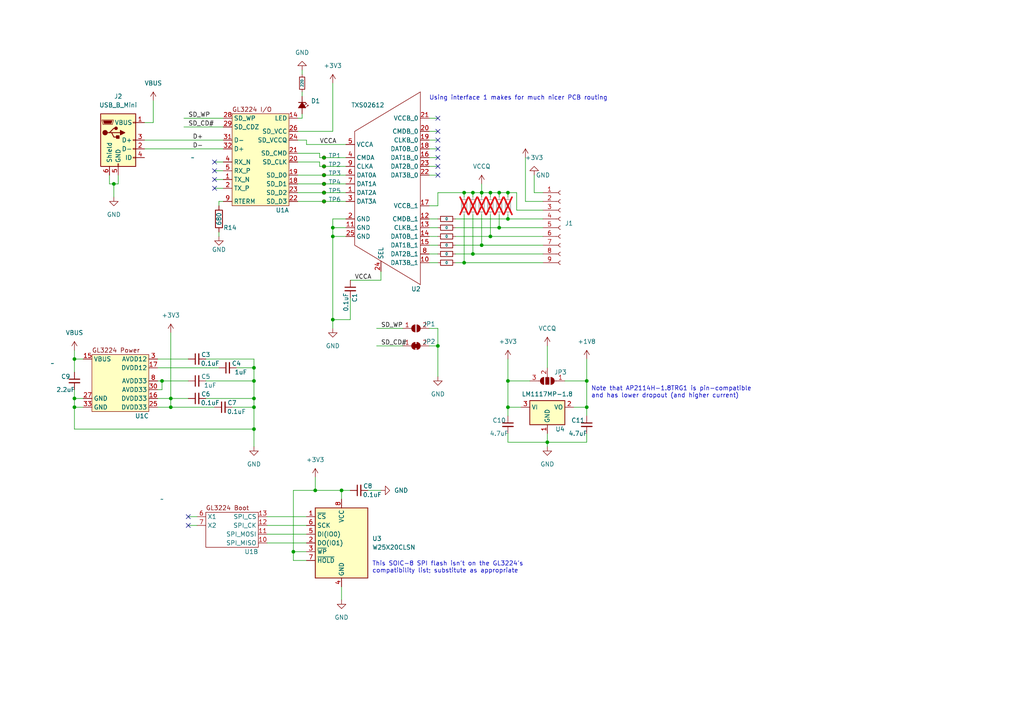
<source format=kicad_sch>
(kicad_sch (version 20230121) (generator eeschema)
  (paper "A4")
  (lib_symbols
    (symbol "Connector:Conn_01x09_Socket" (pin_names (offset 1.016) hide)
      (property "Reference" "J" (at 0 12.7 0))
      (property "Value" "Conn_01x09_Socket" (at 0 -12.7 0))
      (symbol "Conn_01x09_Socket_1_1"
        (arc (start 0 -9.652) (mid -0.5058 -10.16) (end 0 -10.668) (stroke (width 0.1524)))
        (arc (start 0 -7.112) (mid -0.5058 -7.62) (end 0 -8.128) (stroke (width 0.1524)))
        (arc (start 0 -4.572) (mid -0.5058 -5.08) (end 0 -5.588) (stroke (width 0.1524)))
        (arc (start 0 -2.032) (mid -0.5058 -2.54) (end 0 -3.048) (stroke (width 0.1524)))
        (polyline (pts (xy -1.27 -10.16) (xy -0.508 -10.16)) (stroke (width 0.1524)))
        (polyline (pts (xy -1.27 -7.62) (xy -0.508 -7.62)) (stroke (width 0.1524)))
        (polyline (pts (xy -1.27 -5.08) (xy -0.508 -5.08)) (stroke (width 0.1524)))
        (polyline (pts (xy -1.27 -2.54) (xy -0.508 -2.54)) (stroke (width 0.1524)))
        (polyline (pts (xy -1.27 0) (xy -0.508 0)) (stroke (width 0.1524)))
        (polyline (pts (xy -1.27 2.54) (xy -0.508 2.54)) (stroke (width 0.1524)))
        (polyline (pts (xy -1.27 5.08) (xy -0.508 5.08)) (stroke (width 0.1524)))
        (polyline (pts (xy -1.27 7.62) (xy -0.508 7.62)) (stroke (width 0.1524)))
        (polyline (pts (xy -1.27 10.16) (xy -0.508 10.16)) (stroke (width 0.1524)))
        (arc (start 0 0.508) (mid -0.5058 0) (end 0 -0.508) (stroke (width 0.1524)))
        (arc (start 0 3.048) (mid -0.5058 2.54) (end 0 2.032) (stroke (width 0.1524)))
        (arc (start 0 5.588) (mid -0.5058 5.08) (end 0 4.572) (stroke (width 0.1524)))
        (arc (start 0 8.128) (mid -0.5058 7.62) (end 0 7.112) (stroke (width 0.1524)))
        (arc (start 0 10.668) (mid -0.5058 10.16) (end 0 9.652) (stroke (width 0.1524)))
        (pin passive line (at -5.08 10.16 0) (length 3.81) (name "Pin_1") (number "1"))
        (pin passive line (at -5.08 7.62 0) (length 3.81) (name "Pin_2") (number "2"))
        (pin passive line (at -5.08 5.08 0) (length 3.81) (name "Pin_3") (number "3"))
        (pin passive line (at -5.08 2.54 0) (length 3.81) (name "Pin_4") (number "4"))
        (pin passive line (at -5.08 0 0) (length 3.81) (name "Pin_5") (number "5"))
        (pin passive line (at -5.08 -2.54 0) (length 3.81) (name "Pin_6") (number "6"))
        (pin passive line (at -5.08 -5.08 0) (length 3.81) (name "Pin_7") (number "7"))
        (pin passive line (at -5.08 -7.62 0) (length 3.81) (name "Pin_8") (number "8"))
        (pin passive line (at -5.08 -10.16 0) (length 3.81) (name "Pin_9") (number "9"))
      )
    )
    (symbol "Connector:TestPoint_Small" (pin_numbers hide) (pin_names (offset 0.762) hide)
      (property "Reference" "TP" (at 0 3.81 0))
      (property "Value" "TestPoint_Small" (at 0 2.032 0))
      (symbol "TestPoint_Small_0_1"
        (circle (center 0 0) (radius 0.508))
      )
      (symbol "TestPoint_Small_1_1"
        (pin passive line (at 0 0 90) (length 0) (name "1") (number "1"))
      )
    )
    (symbol "Connector:USB_B_Mini" (pin_names (offset 1.016))
      (property "Reference" "J" (at -5.08 11.43 0))
      (property "Value" "USB_B_Mini" (at -5.08 8.89 0))
      (symbol "USB_B_Mini_0_1"
        (rectangle (start -5.08 -7.62) (end 5.08 7.62) (stroke (width 0.254)) (fill (type background)))
        (circle (center -3.81 2.159) (radius 0.635) (stroke (width 0.254)) (fill (type outline)))
        (circle (center -0.635 3.429) (radius 0.381) (stroke (width 0.254)) (fill (type outline)))
        (rectangle (start -0.127 -7.62) (end 0.127 -6.858))
        (polyline (pts (xy -1.905 2.159) (xy 0.635 2.159)) (stroke (width 0.254)))
        (polyline (pts (xy -3.175 2.159) (xy -2.54 2.159) (xy -1.27 3.429) (xy -0.635 3.429)) (stroke (width 0.254)))
        (polyline (pts (xy -2.54 2.159) (xy -1.905 2.159) (xy -1.27 0.889) (xy 0 0.889)) (stroke (width 0.254)))
        (polyline (pts (xy 0.635 2.794) (xy 0.635 1.524) (xy 1.905 2.159) (xy 0.635 2.794)) (stroke (width 0.254)) (fill (type outline)))
        (polyline (pts (xy -4.318 5.588) (xy -1.778 5.588) (xy -2.032 4.826) (xy -4.064 4.826) (xy -4.318 5.588)) (fill (type outline)))
        (polyline (pts (xy -4.699 5.842) (xy -4.699 5.588) (xy -4.445 4.826) (xy -4.445 4.572) (xy -1.651 4.572) (xy -1.651 4.826) (xy -1.397 5.588) (xy -1.397 5.842) (xy -4.699 5.842)))
        (rectangle (start 0.254 1.27) (end -0.508 0.508) (stroke (width 0.254)) (fill (type outline)))
        (rectangle (start 5.08 -5.207) (end 4.318 -4.953))
        (rectangle (start 5.08 -2.667) (end 4.318 -2.413))
        (rectangle (start 5.08 -0.127) (end 4.318 0.127))
        (rectangle (start 5.08 4.953) (end 4.318 5.207))
      )
      (symbol "USB_B_Mini_1_1"
        (pin power_out line (at 7.62 5.08 180) (length 2.54) (name "VBUS") (number "1"))
        (pin bidirectional line (at 7.62 -2.54 180) (length 2.54) (name "D-") (number "2"))
        (pin bidirectional line (at 7.62 0 180) (length 2.54) (name "D+") (number "3"))
        (pin passive line (at 7.62 -5.08 180) (length 2.54) (name "ID") (number "4"))
        (pin power_out line (at 0 -10.16 90) (length 2.54) (name "GND") (number "5"))
        (pin passive line (at -2.54 -10.16 90) (length 2.54) (name "Shield") (number "6"))
      )
    )
    (symbol "Device:C_Small" (pin_numbers hide) (pin_names (offset 0.254) hide)
      (property "Reference" "C" (at 0.254 1.778 0))
      (property "Value" "C_Small" (at 0.254 -2.032 0))
      (symbol "C_Small_0_1"
        (polyline (pts (xy -1.524 -0.508) (xy 1.524 -0.508)) (stroke (width 0.3302)))
        (polyline (pts (xy -1.524 0.508) (xy 1.524 0.508)) (stroke (width 0.3048)))
      )
      (symbol "C_Small_1_1"
        (pin passive line (at 0 2.54 270) (length 2.032) (name "~") (number "1"))
        (pin passive line (at 0 -2.54 90) (length 2.032) (name "~") (number "2"))
      )
    )
    (symbol "Device:LED_Small_Filled" (pin_numbers hide) (pin_names (offset 0.254) hide)
      (property "Reference" "D" (at -1.27 3.175 0))
      (property "Value" "LED_Small_Filled" (at -4.445 -2.54 0))
      (symbol "LED_Small_Filled_0_1"
        (polyline (pts (xy -0.762 -1.016) (xy -0.762 1.016)) (stroke (width 0.254)))
        (polyline (pts (xy 1.016 0) (xy -0.762 0)))
        (polyline (pts (xy 0.762 -1.016) (xy -0.762 0) (xy 0.762 1.016) (xy 0.762 -1.016)) (stroke (width 0.254)) (fill (type outline)))
        (polyline (pts (xy 0 0.762) (xy -0.508 1.27) (xy -0.254 1.27) (xy -0.508 1.27) (xy -0.508 1.016)))
        (polyline (pts (xy 0.508 1.27) (xy 0 1.778) (xy 0.254 1.778) (xy 0 1.778) (xy 0 1.524)))
      )
      (symbol "LED_Small_Filled_1_1"
        (pin passive line (at -2.54 0 0) (length 1.778) (name "K") (number "1"))
        (pin passive line (at 2.54 0 180) (length 1.778) (name "A") (number "2"))
      )
    )
    (symbol "Device:R" (pin_numbers hide) (pin_names (offset 0))
      (property "Reference" "R" (at 2.032 0 90))
      (property "Value" "R" (at 0 0 90))
      (symbol "R_0_1"
        (rectangle (start -1.016 -2.54) (end 1.016 2.54) (stroke (width 0.254)))
      )
      (symbol "R_1_1"
        (pin passive line (at 0 3.81 270) (length 1.27) (name "~") (number "1"))
        (pin passive line (at 0 -3.81 90) (length 1.27) (name "~") (number "2"))
      )
    )
    (symbol "Device:R_Small" (pin_numbers hide) (pin_names (offset 0.254) hide)
      (property "Reference" "R" (at 0.762 0.508 0))
      (property "Value" "R_Small" (at 0.762 -1.016 0))
      (symbol "R_Small_0_1"
        (rectangle (start -0.762 1.778) (end 0.762 -1.778) (stroke (width 0.2032)))
      )
      (symbol "R_Small_1_1"
        (pin passive line (at 0 2.54 270) (length 0.762) (name "~") (number "1"))
        (pin passive line (at 0 -2.54 90) (length 0.762) (name "~") (number "2"))
      )
    )
    (symbol "GL3224_QFN32_1"
      (property "Reference" "U" (at 0 -1.27 0))
      (symbol "GL3224_QFN32_1_1_1"
        (rectangle (start -16.51 26.67) (end 0 0) (fill (type background)))
        (text "GL3224 I/O" (at -16.51 27.94 0) (effects (font (size 1.27 1.27)) (justify left)))
        (pin output line (at -19.05 7.62 0) (length 2.54) (name "TX_N") (number "1"))
        (pin output line (at 2.54 25.4 180) (length 2.54) (name "LED") (number "14"))
        (pin bidirectional line (at 2.54 6.35 180) (length 2.54) (name "SD_D1") (number "18"))
        (pin bidirectional line (at 2.54 8.89 180) (length 2.54) (name "SD_D0") (number "19"))
        (pin output line (at -19.05 5.08 0) (length 2.54) (name "TX_P") (number "2"))
        (pin output line (at 2.54 12.7 180) (length 2.54) (name "SD_CLK") (number "20"))
        (pin bidirectional line (at 2.54 15.24 180) (length 2.54) (name "SD_CMD") (number "21"))
        (pin bidirectional line (at 2.54 1.27 180) (length 2.54) (name "SD_D3") (number "22"))
        (pin bidirectional line (at 2.54 3.81 180) (length 2.54) (name "SD_D2") (number "23"))
        (pin power_out line (at 2.54 19.05 180) (length 2.54) (name "SD_VCCQ") (number "24"))
        (pin power_out line (at 2.54 21.59 180) (length 2.54) (name "SD_VCC") (number "26"))
        (pin input line (at -19.05 25.4 0) (length 2.54) (name "SD_WP") (number "28"))
        (pin input line (at -19.05 22.86 0) (length 2.54) (name "SD_CDZ") (number "29"))
        (pin bidirectional line (at -19.05 19.05 0) (length 2.54) (name "D-") (number "31"))
        (pin bidirectional line (at -19.05 16.51 0) (length 2.54) (name "D+") (number "32"))
        (pin input line (at -19.05 12.7 0) (length 2.54) (name "RX_N") (number "4"))
        (pin input line (at -19.05 10.16 0) (length 2.54) (name "RX_P") (number "5"))
        (pin input line (at -19.05 1.27 0) (length 2.54) (name "RTERM") (number "9"))
      )
      (symbol "GL3224_QFN32_1_2_1"
        (rectangle (start -15.24 10.16) (end 0 0) (fill (type background)))
        (text "GL3224 Boot" (at -15.24 11.43 0) (effects (font (size 1.27 1.27)) (justify left)))
        (pin input line (at 2.54 1.27 180) (length 2.54) (name "SPI_MISO") (number "10"))
        (pin output line (at 2.54 3.81 180) (length 2.54) (name "SPI_MOSI") (number "11"))
        (pin output line (at 2.54 6.35 180) (length 2.54) (name "SPI_CK") (number "12"))
        (pin output line (at 2.54 8.89 180) (length 2.54) (name "SPI_CS") (number "13"))
        (pin input line (at -17.78 8.89 0) (length 2.54) (name "X1") (number "6"))
        (pin input line (at -17.78 6.35 0) (length 2.54) (name "X2") (number "7"))
      )
      (symbol "GL3224_QFN32_1_3_1"
        (rectangle (start -16.51 16.51) (end 0 0) (fill (type background)))
        (text "GL3224 Power" (at -16.51 17.78 0) (effects (font (size 1.27 1.27)) (justify left)))
        (pin power_in line (at -19.05 15.24 0) (length 2.54) (name "VBUS") (number "15"))
        (pin power_out line (at 2.54 3.81 180) (length 2.54) (name "DVDD33") (number "16"))
        (pin power_out line (at 2.54 12.7 180) (length 2.54) (name "DVDD12") (number "17"))
        (pin power_out line (at 2.54 1.27 180) (length 2.54) (name "DVDD33") (number "25"))
        (pin power_out line (at -19.05 3.81 0) (length 2.54) (name "GND") (number "27"))
        (pin power_out line (at 2.54 15.24 180) (length 2.54) (name "AVDD12") (number "3"))
        (pin power_out line (at 2.54 6.35 180) (length 2.54) (name "AVDD33") (number "30"))
        (pin power_out line (at -19.05 1.27 0) (length 2.54) (name "GND") (number "33"))
        (pin power_out line (at 2.54 8.89 180) (length 2.54) (name "AVDD33") (number "8"))
      )
    )
    (symbol "GL3224_QFN32_2"
      (property "Reference" "U" (at 0 -1.27 0))
      (symbol "GL3224_QFN32_2_1_1"
        (rectangle (start -16.51 26.67) (end 0 0) (fill (type background)))
        (text "GL3224 I/O" (at -16.51 27.94 0) (effects (font (size 1.27 1.27)) (justify left)))
        (pin output line (at -19.05 7.62 0) (length 2.54) (name "TX_N") (number "1"))
        (pin output line (at 2.54 25.4 180) (length 2.54) (name "LED") (number "14"))
        (pin bidirectional line (at 2.54 6.35 180) (length 2.54) (name "SD_D1") (number "18"))
        (pin bidirectional line (at 2.54 8.89 180) (length 2.54) (name "SD_D0") (number "19"))
        (pin output line (at -19.05 5.08 0) (length 2.54) (name "TX_P") (number "2"))
        (pin output line (at 2.54 12.7 180) (length 2.54) (name "SD_CLK") (number "20"))
        (pin bidirectional line (at 2.54 15.24 180) (length 2.54) (name "SD_CMD") (number "21"))
        (pin bidirectional line (at 2.54 1.27 180) (length 2.54) (name "SD_D3") (number "22"))
        (pin bidirectional line (at 2.54 3.81 180) (length 2.54) (name "SD_D2") (number "23"))
        (pin power_out line (at 2.54 19.05 180) (length 2.54) (name "SD_VCCQ") (number "24"))
        (pin power_out line (at 2.54 21.59 180) (length 2.54) (name "SD_VCC") (number "26"))
        (pin input line (at -19.05 25.4 0) (length 2.54) (name "SD_WP") (number "28"))
        (pin input line (at -19.05 22.86 0) (length 2.54) (name "SD_CDZ") (number "29"))
        (pin bidirectional line (at -19.05 19.05 0) (length 2.54) (name "D-") (number "31"))
        (pin bidirectional line (at -19.05 16.51 0) (length 2.54) (name "D+") (number "32"))
        (pin input line (at -19.05 12.7 0) (length 2.54) (name "RX_N") (number "4"))
        (pin input line (at -19.05 10.16 0) (length 2.54) (name "RX_P") (number "5"))
        (pin input line (at -19.05 1.27 0) (length 2.54) (name "RTERM") (number "9"))
      )
      (symbol "GL3224_QFN32_2_2_1"
        (rectangle (start -15.24 10.16) (end 0 0) (fill (type background)))
        (text "GL3224 Boot" (at -15.24 11.43 0) (effects (font (size 1.27 1.27)) (justify left)))
        (pin input line (at 2.54 1.27 180) (length 2.54) (name "SPI_MISO") (number "10"))
        (pin output line (at 2.54 3.81 180) (length 2.54) (name "SPI_MOSI") (number "11"))
        (pin output line (at 2.54 6.35 180) (length 2.54) (name "SPI_CK") (number "12"))
        (pin output line (at 2.54 8.89 180) (length 2.54) (name "SPI_CS") (number "13"))
        (pin input line (at -17.78 8.89 0) (length 2.54) (name "X1") (number "6"))
        (pin input line (at -17.78 6.35 0) (length 2.54) (name "X2") (number "7"))
      )
      (symbol "GL3224_QFN32_2_3_1"
        (rectangle (start -16.51 16.51) (end 0 0) (fill (type background)))
        (text "GL3224 Power" (at -16.51 17.78 0) (effects (font (size 1.27 1.27)) (justify left)))
        (pin power_in line (at -19.05 15.24 0) (length 2.54) (name "VBUS") (number "15"))
        (pin power_out line (at 2.54 3.81 180) (length 2.54) (name "DVDD33") (number "16"))
        (pin power_out line (at 2.54 12.7 180) (length 2.54) (name "DVDD12") (number "17"))
        (pin power_out line (at 2.54 1.27 180) (length 2.54) (name "DVDD33") (number "25"))
        (pin power_out line (at -19.05 3.81 0) (length 2.54) (name "GND") (number "27"))
        (pin power_out line (at 2.54 15.24 180) (length 2.54) (name "AVDD12") (number "3"))
        (pin power_out line (at 2.54 6.35 180) (length 2.54) (name "AVDD33") (number "30"))
        (pin power_out line (at -19.05 1.27 0) (length 2.54) (name "GND") (number "33"))
        (pin power_out line (at 2.54 8.89 180) (length 2.54) (name "AVDD33") (number "8"))
      )
    )
    (symbol "Jumper:SolderJumper_2_Bridged" (pin_names (offset 0) hide)
      (property "Reference" "JP" (at 0 2.032 0))
      (property "Value" "SolderJumper_2_Bridged" (at 0 -2.54 0))
      (symbol "SolderJumper_2_Bridged_0_1"
        (rectangle (start -0.508 0.508) (end 0.508 -0.508) (fill (type outline)))
        (arc (start -0.254 1.016) (mid -1.2656 0) (end -0.254 -1.016))
        (arc (start -0.254 1.016) (mid -1.2656 0) (end -0.254 -1.016) (fill (type outline)))
        (polyline (pts (xy -0.254 1.016) (xy -0.254 -1.016)))
        (polyline (pts (xy 0.254 1.016) (xy 0.254 -1.016)))
        (arc (start 0.254 -1.016) (mid 1.2656 0) (end 0.254 1.016))
        (arc (start 0.254 -1.016) (mid 1.2656 0) (end 0.254 1.016) (fill (type outline)))
      )
      (symbol "SolderJumper_2_Bridged_1_1"
        (pin passive line (at -3.81 0 0) (length 2.54) (name "A") (number "1"))
        (pin passive line (at 3.81 0 180) (length 2.54) (name "B") (number "2"))
      )
    )
    (symbol "Jumper:SolderJumper_2_Open" (pin_names (offset 0) hide)
      (property "Reference" "JP" (at 0 2.032 0))
      (property "Value" "SolderJumper_2_Open" (at 0 -2.54 0))
      (symbol "SolderJumper_2_Open_0_1"
        (arc (start -0.254 1.016) (mid -1.2656 0) (end -0.254 -1.016))
        (arc (start -0.254 1.016) (mid -1.2656 0) (end -0.254 -1.016) (fill (type outline)))
        (polyline (pts (xy -0.254 1.016) (xy -0.254 -1.016)))
        (polyline (pts (xy 0.254 1.016) (xy 0.254 -1.016)))
        (arc (start 0.254 -1.016) (mid 1.2656 0) (end 0.254 1.016))
        (arc (start 0.254 -1.016) (mid 1.2656 0) (end 0.254 1.016) (fill (type outline)))
      )
      (symbol "SolderJumper_2_Open_1_1"
        (pin passive line (at -3.81 0 0) (length 2.54) (name "A") (number "1"))
        (pin passive line (at 3.81 0 180) (length 2.54) (name "B") (number "2"))
      )
    )
    (symbol "Jumper:SolderJumper_3_Open" (pin_names (offset 0) hide)
      (property "Reference" "JP" (at -2.54 -2.54 0))
      (property "Value" "SolderJumper_3_Open" (at 0 2.794 0))
      (symbol "SolderJumper_3_Open_0_1"
        (arc (start -1.016 1.016) (mid -2.0276 0) (end -1.016 -1.016))
        (arc (start -1.016 1.016) (mid -2.0276 0) (end -1.016 -1.016) (fill (type outline)))
        (rectangle (start -0.508 1.016) (end 0.508 -1.016) (fill (type outline)))
        (polyline (pts (xy -2.54 0) (xy -2.032 0)))
        (polyline (pts (xy -1.016 1.016) (xy -1.016 -1.016)))
        (polyline (pts (xy 0 -1.27) (xy 0 -1.016)))
        (polyline (pts (xy 1.016 1.016) (xy 1.016 -1.016)))
        (polyline (pts (xy 2.54 0) (xy 2.032 0)))
        (arc (start 1.016 -1.016) (mid 2.0276 0) (end 1.016 1.016))
        (arc (start 1.016 -1.016) (mid 2.0276 0) (end 1.016 1.016) (fill (type outline)))
      )
      (symbol "SolderJumper_3_Open_1_1"
        (pin passive line (at -5.08 0 0) (length 2.54) (name "A") (number "1"))
        (pin passive line (at 0 -3.81 90) (length 2.54) (name "C") (number "2"))
        (pin passive line (at 5.08 0 180) (length 2.54) (name "B") (number "3"))
      )
    )
    (symbol "Memory_Flash:W25X20CLSN"
      (property "Reference" "U" (at -7.62 10.16 0))
      (property "Value" "W25X20CLSN" (at 2.54 10.16 0))
      (symbol "W25X20CLSN_0_1"
        (rectangle (start -7.62 10.16) (end 7.62 -10.16) (stroke (width 0.254)) (fill (type background)))
      )
      (symbol "W25X20CLSN_1_1"
        (pin input line (at -10.16 7.62 0) (length 2.54) (name "~{CS}") (number "1"))
        (pin bidirectional line (at -10.16 0 0) (length 2.54) (name "DO(IO1)") (number "2"))
        (pin bidirectional line (at -10.16 -2.54 0) (length 2.54) (name "~{WP}") (number "3"))
        (pin power_in line (at 0 -12.7 90) (length 2.54) (name "GND") (number "4"))
        (pin bidirectional line (at -10.16 2.54 0) (length 2.54) (name "DI(IO0)") (number "5"))
        (pin input line (at -10.16 5.08 0) (length 2.54) (name "SCK") (number "6"))
        (pin bidirectional line (at -10.16 -5.08 0) (length 2.54) (name "~{HOLD}") (number "7"))
        (pin power_in line (at 0 12.7 270) (length 2.54) (name "VCC") (number "8"))
      )
    )
    (symbol "Regulator_Linear:LM1117MP-1.8"
      (property "Reference" "U" (at -3.81 3.175 0))
      (property "Value" "LM1117MP-1.8" (at 0 3.175 0))
      (symbol "LM1117MP-1.8_0_1"
        (rectangle (start -5.08 -5.08) (end 5.08 1.905) (stroke (width 0.254)) (fill (type background)))
      )
      (symbol "LM1117MP-1.8_1_1"
        (pin power_in line (at 0 -7.62 90) (length 2.54) (name "GND") (number "1"))
        (pin power_out line (at 7.62 0 180) (length 2.54) (name "VO") (number "2"))
        (pin power_in line (at -7.62 0 0) (length 2.54) (name "VI") (number "3"))
      )
    )
    (symbol "eMMC-Reader:GL3224_QFN32"
      (property "Reference" "U" (at 0 -1.27 0))
      (symbol "GL3224_QFN32_1_1"
        (rectangle (start -16.51 26.67) (end 0 0))
        (text "GL3224 I/O" (at -16.51 27.94 0) (effects (font (size 1.27 1.27)) (justify left)))
        (pin output line (at -19.05 12.7 0) (length 2.54) (name "TX_N") (number "1"))
        (pin output line (at 2.54 25.4 180) (length 2.54) (name "LED") (number "14"))
        (pin bidirectional line (at 2.54 6.35 180) (length 2.54) (name "SD_D1") (number "18"))
        (pin bidirectional line (at 2.54 8.89 180) (length 2.54) (name "SD_D0") (number "19"))
        (pin output line (at -19.05 10.16 0) (length 2.54) (name "TX_P") (number "2"))
        (pin output line (at 2.54 12.7 180) (length 2.54) (name "SD_CLK") (number "20"))
        (pin bidirectional line (at 2.54 15.24 180) (length 2.54) (name "SD_CMD") (number "21"))
        (pin bidirectional line (at 2.54 1.27 180) (length 2.54) (name "SD_D3") (number "22"))
        (pin bidirectional line (at 2.54 3.81 180) (length 2.54) (name "SD_D2") (number "23"))
        (pin power_out line (at 2.54 19.05 180) (length 2.54) (name "SD_VCCQ") (number "24"))
        (pin power_out line (at 2.54 21.59 180) (length 2.54) (name "SD_VCC") (number "26"))
        (pin input line (at -19.05 25.4 0) (length 2.54) (name "SD_WP") (number "28"))
        (pin input line (at -19.05 22.86 0) (length 2.54) (name "SD_CDZ") (number "29"))
        (pin bidirectional line (at -19.05 19.05 0) (length 2.54) (name "D-") (number "31"))
        (pin bidirectional line (at -19.05 16.51 0) (length 2.54) (name "D+") (number "32"))
        (pin input line (at -19.05 7.62 0) (length 2.54) (name "RX_N") (number "4"))
        (pin input line (at -19.05 5.08 0) (length 2.54) (name "RX_P") (number "5"))
        (pin input line (at -19.05 1.27 0) (length 2.54) (name "RTERM") (number "9"))
      )
      (symbol "GL3224_QFN32_2_1"
        (rectangle (start -15.24 10.16) (end 0 0))
        (text "GL3224 Boot" (at -15.24 11.43 0) (effects (font (size 1.27 1.27)) (justify left)))
        (pin input line (at 2.54 1.27 180) (length 2.54) (name "SPI_MISO") (number "10"))
        (pin output line (at 2.54 3.81 180) (length 2.54) (name "SPI_MOSI") (number "11"))
        (pin output line (at 2.54 6.35 180) (length 2.54) (name "SPI_CK") (number "12"))
        (pin output line (at 2.54 8.89 180) (length 2.54) (name "SPI_CS") (number "13"))
        (pin input line (at -17.78 8.89 0) (length 2.54) (name "X1") (number "6"))
        (pin input line (at -17.78 6.35 0) (length 2.54) (name "X2") (number "7"))
      )
      (symbol "GL3224_QFN32_3_1"
        (rectangle (start -16.51 16.51) (end 0 0))
        (text "GL3224 Power" (at -16.51 17.78 0) (effects (font (size 1.27 1.27)) (justify left)))
        (pin power_in line (at -19.05 15.24 0) (length 2.54) (name "VBUS") (number "15"))
        (pin power_out line (at 2.54 3.81 180) (length 2.54) (name "DVDD33") (number "16"))
        (pin power_out line (at 2.54 12.7 180) (length 2.54) (name "DVDD12") (number "17"))
        (pin power_out line (at 2.54 1.27 180) (length 2.54) (name "DVDD33") (number "25"))
        (pin power_out line (at 2.54 15.24 180) (length 2.54) (name "AVDD12") (number "3"))
        (pin power_out line (at 2.54 6.35 180) (length 2.54) (name "AVDD33") (number "30"))
        (pin power_out line (at -19.05 1.27 0) (length 2.54) (name "GND") (number "33"))
        (pin power_out line (at 2.54 8.89 180) (length 2.54) (name "AVDD33") (number "8"))
      )
    )
    (symbol "eMMC-Reader:TXS02612"
      (property "Reference" "U" (at 11.43 -29.21 0))
      (property "Value" "TXS02612" (at -2.54 24.13 0))
      (symbol "TXS02612_0_1"
        (polyline (pts (xy -7.62 -16.51) (xy 11.43 -27.94)))
        (polyline (pts (xy -7.62 16.51) (xy -7.62 -16.51)))
        (polyline (pts (xy 11.43 27.94) (xy -7.62 16.51)))
        (polyline (pts (xy 11.43 27.94) (xy 11.43 -27.94)))
      )
      (symbol "TXS02612_1_1"
        (pin bidirectional line (at -10.16 -1.27 0) (length 2.54) (name "DAT2A") (number "1"))
        (pin bidirectional line (at 13.97 -21.59 180) (length 2.54) (name "DAT3B_1") (number "10"))
        (pin power_in line (at -10.16 -11.43 0) (length 2.54) (name "GND") (number "11"))
        (pin bidirectional line (at 13.97 -8.89 180) (length 2.54) (name "CMDB_1") (number "12"))
        (pin output line (at 13.97 -11.43 180) (length 2.54) (name "CLKB_1") (number "13"))
        (pin bidirectional line (at 13.97 -13.97 180) (length 2.54) (name "DAT0B_1") (number "14"))
        (pin bidirectional line (at 13.97 -16.51 180) (length 2.54) (name "DAT1B_1") (number "15"))
        (pin bidirectional line (at 13.97 8.89 180) (length 2.54) (name "DAT1B_0") (number "16"))
        (pin power_in line (at 13.97 -5.08 180) (length 2.54) (name "VCCB_1") (number "17"))
        (pin bidirectional line (at 13.97 11.43 180) (length 2.54) (name "DAT0B_0") (number "18"))
        (pin output line (at 13.97 13.97 180) (length 2.54) (name "CLKB_0") (number "19"))
        (pin power_in line (at -10.16 -8.89 0) (length 2.54) (name "GND") (number "2"))
        (pin bidirectional line (at 13.97 16.51 180) (length 2.54) (name "CMDB_0") (number "20"))
        (pin bidirectional line (at 13.97 20.32 180) (length 2.54) (name "VCCB_0") (number "21"))
        (pin bidirectional line (at 13.97 3.81 180) (length 2.54) (name "DAT3B_0") (number "22"))
        (pin bidirectional line (at 13.97 6.35 180) (length 2.54) (name "DAT2B_0") (number "23"))
        (pin input line (at 0 -24.13 90) (length 3) (name "SEL") (number "24"))
        (pin power_in line (at -10.16 -13.97 0) (length 2.54) (name "GND") (number "25"))
        (pin bidirectional line (at -10.16 -3.81 0) (length 2.54) (name "DAT3A") (number "3"))
        (pin bidirectional line (at -10.16 8.89 0) (length 2.54) (name "CMDA") (number "4"))
        (pin power_in line (at -10.16 12.7 0) (length 2.54) (name "VCCA") (number "5"))
        (pin bidirectional line (at -10.16 3.81 0) (length 2.54) (name "DAT0A") (number "6"))
        (pin bidirectional line (at -10.16 1.27 0) (length 2.54) (name "DAT1A") (number "7"))
        (pin bidirectional line (at 13.97 -19.05 180) (length 2.54) (name "DAT2B_1") (number "8"))
        (pin input line (at -10.16 6.35 0) (length 2.54) (name "CLKA") (number "9"))
      )
    )
    (symbol "power:+1V8" (power) (pin_names (offset 0))
      (property "Value" "+1V8" (at 0 3.556 0))
      (symbol "+1V8_0_1"
        (polyline (pts (xy -0.762 1.27) (xy 0 2.54)))
        (polyline (pts (xy 0 0) (xy 0 2.54)))
        (polyline (pts (xy 0 2.54) (xy 0.762 1.27)))
      )
      (symbol "+1V8_1_1"
        (pin power_in line (at 0 0 90) (length 0) hide (name "+1V8") (number "1"))
      )
    )
    (symbol "power:+3V3" (power) (pin_names (offset 0))
      (property "Value" "+3V3" (at 0 3.556 0))
      (symbol "+3V3_0_1"
        (polyline (pts (xy -0.762 1.27) (xy 0 2.54)))
        (polyline (pts (xy 0 0) (xy 0 2.54)))
        (polyline (pts (xy 0 2.54) (xy 0.762 1.27)))
      )
      (symbol "+3V3_1_1"
        (pin power_in line (at 0 0 90) (length 0) hide (name "+3V3") (number "1"))
      )
    )
    (symbol "power:GND" (power) (pin_names (offset 0))
      (property "Value" "GND" (at 0 -3.81 0))
      (symbol "GND_0_1"
        (polyline (pts (xy 0 0) (xy 0 -1.27) (xy 1.27 -1.27) (xy 0 -2.54) (xy -1.27 -1.27) (xy 0 -1.27)))
      )
      (symbol "GND_1_1"
        (pin power_in line (at 0 0 270) (length 0) hide (name "GND") (number "1"))
      )
    )
    (symbol "power:VBUS" (power) (pin_names (offset 0))
      (property "Value" "VBUS" (at 0 3.81 0))
      (symbol "VBUS_0_1"
        (polyline (pts (xy -0.762 1.27) (xy 0 2.54)))
        (polyline (pts (xy 0 0) (xy 0 2.54)))
        (polyline (pts (xy 0 2.54) (xy 0.762 1.27)))
      )
      (symbol "VBUS_1_1"
        (pin power_in line (at 0 0 90) (length 0) hide (name "VBUS") (number "1"))
      )
    )
    (symbol "power:VCCQ" (power) (pin_names (offset 0))
      (property "Value" "VCCQ" (at 0 3.81 0))
      (symbol "VCCQ_0_1"
        (polyline (pts (xy -0.762 1.27) (xy 0 2.54)))
        (polyline (pts (xy 0 0) (xy 0 2.54)))
        (polyline (pts (xy 0 2.54) (xy 0.762 1.27)))
      )
      (symbol "VCCQ_1_1"
        (pin power_in line (at 0 0 90) (length 0) hide (name "VCCQ") (number "1"))
      )
    )
  )
  (junction (at 170.18 118.11))
  (junction (at 73.66 118.11))
  (junction (at 49.53 115.57))
  (junction (at 93.98 50.8))
  (junction (at 142.24 68.58))
  (junction (at 137.16 55.88))
  (junction (at 93.98 53.34))
  (junction (at 96.52 68.58))
  (junction (at 147.32 55.88))
  (junction (at 134.62 55.88))
  (junction (at 96.52 66.04))
  (junction (at 21.59 104.14))
  (junction (at 33.02 53.34))
  (junction (at 93.98 55.88))
  (junction (at 85.09 160.02))
  (junction (at 21.59 118.11))
  (junction (at 144.78 66.04))
  (junction (at 96.52 92.71))
  (junction (at 73.66 115.57))
  (junction (at 147.32 110.49))
  (junction (at 21.59 115.57))
  (junction (at 99.06 142.24))
  (junction (at 46.99 110.49))
  (junction (at 93.98 58.42))
  (junction (at 170.18 110.49))
  (junction (at 142.24 55.88))
  (junction (at 91.44 142.24))
  (junction (at 147.32 63.5))
  (junction (at 49.53 118.11))
  (junction (at 73.66 124.46))
  (junction (at 93.98 45.72))
  (junction (at 127 100.33))
  (junction (at 93.98 48.26))
  (junction (at 144.78 55.88))
  (junction (at 158.75 128.27))
  (junction (at 147.32 118.11))
  (junction (at 134.62 76.2))
  (junction (at 73.66 110.49))
  (junction (at 73.66 106.68))
  (junction (at 139.7 55.88))
  (junction (at 137.16 73.66))
  (junction (at 139.7 71.12))
  (no_connect (at 54.61 152.4))
  (no_connect (at 62.23 49.53))
  (no_connect (at 62.23 52.07))
  (no_connect (at 127 34.29))
  (no_connect (at 62.23 46.99))
  (no_connect (at 62.23 54.61))
  (no_connect (at 54.61 149.86))
  (no_connect (at 127 48.26))
  (no_connect (at 127 50.8))
  (no_connect (at 127 38.1))
  (no_connect (at 127 40.64))
  (no_connect (at 127 43.18))
  (no_connect (at 127 45.72))
  (wire (pts (xy 147.32 128.27) (xy 158.75 128.27)))
  (wire (pts (xy 124.46 76.2) (xy 127 76.2)))
  (wire (pts (xy 132.08 68.58) (xy 142.24 68.58)))
  (wire (pts (xy 33.02 53.34) (xy 31.75 53.34)))
  (wire (pts (xy 144.78 66.04) (xy 157.48 66.04)))
  (wire (pts (xy 99.06 170.18) (xy 99.06 173.99)))
  (wire (pts (xy 166.37 118.11) (xy 170.18 118.11)))
  (wire (pts (xy 21.59 101.6) (xy 21.59 104.14)))
  (wire (pts (xy 124.46 50.8) (xy 127 50.8)))
  (wire (pts (xy 45.72 113.03) (xy 46.99 113.03)))
  (wire (pts (xy 87.63 20.32) (xy 87.63 21.59)))
  (wire (pts (xy 96.52 66.04) (xy 96.52 68.58)))
  (wire (pts (xy 49.53 115.57) (xy 54.61 115.57)))
  (wire (pts (xy 21.59 104.14) (xy 24.13 104.14)))
  (wire (pts (xy 33.02 53.34) (xy 33.02 57.15)))
  (wire (pts (xy 64.77 49.53) (xy 62.23 49.53)))
  (wire (pts (xy 63.5 67.31) (xy 63.5 68.58)))
  (wire (pts (xy 64.77 52.07) (xy 62.23 52.07)))
  (wire (pts (xy 137.16 73.66) (xy 157.48 73.66)))
  (wire (pts (xy 86.36 58.42) (xy 93.98 58.42)))
  (wire (pts (xy 45.72 104.14) (xy 54.61 104.14)))
  (wire (pts (xy 170.18 125.73) (xy 170.18 128.27)))
  (wire (pts (xy 85.09 160.02) (xy 88.9 160.02)))
  (wire (pts (xy 96.52 66.04) (xy 100.33 66.04)))
  (wire (pts (xy 64.77 46.99) (xy 62.23 46.99)))
  (wire (pts (xy 132.08 71.12) (xy 139.7 71.12)))
  (wire (pts (xy 139.7 62.23) (xy 139.7 71.12)))
  (wire (pts (xy 158.75 100.33) (xy 158.75 106.68)))
  (wire (pts (xy 73.66 124.46) (xy 73.66 129.54)))
  (wire (pts (xy 170.18 118.11) (xy 170.18 120.65)))
  (wire (pts (xy 49.53 115.57) (xy 49.53 118.11)))
  (wire (pts (xy 93.98 55.88) (xy 100.33 55.88)))
  (wire (pts (xy 41.91 40.64) (xy 64.77 40.64)))
  (wire (pts (xy 147.32 63.5) (xy 157.48 63.5)))
  (wire (pts (xy 73.66 104.14) (xy 73.66 106.68)))
  (wire (pts (xy 88.9 40.64) (xy 86.36 40.64)))
  (wire (pts (xy 142.24 55.88) (xy 142.24 57.15)))
  (wire (pts (xy 124.46 71.12) (xy 127 71.12)))
  (wire (pts (xy 96.52 68.58) (xy 96.52 92.71)))
  (wire (pts (xy 134.62 62.23) (xy 134.62 76.2)))
  (wire (pts (xy 132.08 76.2) (xy 134.62 76.2)))
  (wire (pts (xy 93.98 53.34) (xy 100.33 53.34)))
  (wire (pts (xy 158.75 125.73) (xy 158.75 128.27)))
  (wire (pts (xy 149.86 55.88) (xy 149.86 60.96)))
  (wire (pts (xy 59.69 110.49) (xy 73.66 110.49)))
  (wire (pts (xy 73.66 115.57) (xy 73.66 118.11)))
  (wire (pts (xy 73.66 118.11) (xy 73.66 124.46)))
  (wire (pts (xy 134.62 55.88) (xy 134.62 57.15)))
  (wire (pts (xy 142.24 68.58) (xy 157.48 68.58)))
  (wire (pts (xy 110.49 78.74) (xy 110.49 81.28)))
  (wire (pts (xy 127 95.25) (xy 127 100.33)))
  (wire (pts (xy 124.46 59.69) (xy 127 59.69)))
  (wire (pts (xy 24.13 118.11) (xy 21.59 118.11)))
  (wire (pts (xy 124.46 48.26) (xy 127 48.26)))
  (wire (pts (xy 91.44 138.43) (xy 91.44 142.24)))
  (wire (pts (xy 86.36 55.88) (xy 93.98 55.88)))
  (wire (pts (xy 86.36 38.1) (xy 96.52 38.1)))
  (wire (pts (xy 63.5 58.42) (xy 63.5 59.69)))
  (wire (pts (xy 157.48 55.88) (xy 154.94 55.88)))
  (wire (pts (xy 92.71 44.45) (xy 86.36 44.45)))
  (wire (pts (xy 54.61 152.4) (xy 57.15 152.4)))
  (wire (pts (xy 21.59 124.46) (xy 73.66 124.46)))
  (wire (pts (xy 59.69 104.14) (xy 73.66 104.14)))
  (wire (pts (xy 88.9 162.56) (xy 85.09 162.56)))
  (wire (pts (xy 46.99 110.49) (xy 54.61 110.49)))
  (wire (pts (xy 127 55.88) (xy 134.62 55.88)))
  (wire (pts (xy 147.32 110.49) (xy 147.32 118.11)))
  (wire (pts (xy 106.68 142.24) (xy 110.49 142.24)))
  (wire (pts (xy 86.36 50.8) (xy 93.98 50.8)))
  (wire (pts (xy 64.77 58.42) (xy 63.5 58.42)))
  (wire (pts (xy 96.52 92.71) (xy 96.52 95.25)))
  (wire (pts (xy 73.66 106.68) (xy 73.66 110.49)))
  (wire (pts (xy 88.9 41.91) (xy 100.33 41.91)))
  (wire (pts (xy 124.46 63.5) (xy 127 63.5)))
  (wire (pts (xy 21.59 115.57) (xy 21.59 118.11)))
  (wire (pts (xy 31.75 50.8) (xy 31.75 53.34)))
  (wire (pts (xy 96.52 24.13) (xy 96.52 38.1)))
  (wire (pts (xy 170.18 128.27) (xy 158.75 128.27)))
  (wire (pts (xy 45.72 110.49) (xy 46.99 110.49)))
  (wire (pts (xy 100.33 63.5) (xy 96.52 63.5)))
  (wire (pts (xy 86.36 46.99) (xy 92.71 46.99)))
  (wire (pts (xy 77.47 154.94) (xy 88.9 154.94)))
  (wire (pts (xy 92.71 45.72) (xy 92.71 44.45)))
  (wire (pts (xy 144.78 55.88) (xy 147.32 55.88)))
  (wire (pts (xy 101.6 92.71) (xy 96.52 92.71)))
  (wire (pts (xy 88.9 41.91) (xy 88.9 40.64)))
  (wire (pts (xy 49.53 96.52) (xy 49.53 115.57)))
  (wire (pts (xy 147.32 110.49) (xy 153.67 110.49)))
  (wire (pts (xy 21.59 118.11) (xy 21.59 124.46)))
  (wire (pts (xy 124.46 45.72) (xy 127 45.72)))
  (wire (pts (xy 151.13 118.11) (xy 147.32 118.11)))
  (wire (pts (xy 46.99 113.03) (xy 46.99 110.49)))
  (wire (pts (xy 154.94 50.8) (xy 154.94 55.88)))
  (wire (pts (xy 124.46 43.18) (xy 127 43.18)))
  (wire (pts (xy 142.24 62.23) (xy 142.24 68.58)))
  (wire (pts (xy 142.24 55.88) (xy 144.78 55.88)))
  (wire (pts (xy 109.22 95.25) (xy 116.84 95.25)))
  (wire (pts (xy 96.52 68.58) (xy 100.33 68.58)))
  (wire (pts (xy 137.16 55.88) (xy 139.7 55.88)))
  (wire (pts (xy 124.46 95.25) (xy 127 95.25)))
  (wire (pts (xy 92.71 48.26) (xy 93.98 48.26)))
  (wire (pts (xy 21.59 104.14) (xy 21.59 107.95)))
  (wire (pts (xy 87.63 34.29) (xy 87.63 33.02)))
  (wire (pts (xy 93.98 50.8) (xy 100.33 50.8)))
  (wire (pts (xy 170.18 110.49) (xy 170.18 118.11)))
  (wire (pts (xy 86.36 34.29) (xy 87.63 34.29)))
  (wire (pts (xy 87.63 27.94) (xy 87.63 26.67)))
  (wire (pts (xy 149.86 55.88) (xy 147.32 55.88)))
  (wire (pts (xy 137.16 62.23) (xy 137.16 73.66)))
  (wire (pts (xy 139.7 55.88) (xy 142.24 55.88)))
  (wire (pts (xy 147.32 55.88) (xy 147.32 57.15)))
  (wire (pts (xy 158.75 128.27) (xy 158.75 129.54)))
  (wire (pts (xy 132.08 63.5) (xy 147.32 63.5)))
  (wire (pts (xy 85.09 160.02) (xy 85.09 142.24)))
  (wire (pts (xy 139.7 71.12) (xy 157.48 71.12)))
  (wire (pts (xy 152.4 45.72) (xy 152.4 58.42)))
  (wire (pts (xy 92.71 46.99) (xy 92.71 48.26)))
  (wire (pts (xy 137.16 55.88) (xy 137.16 57.15)))
  (wire (pts (xy 53.34 34.29) (xy 64.77 34.29)))
  (wire (pts (xy 41.91 35.56) (xy 44.45 35.56)))
  (wire (pts (xy 99.06 142.24) (xy 99.06 144.78)))
  (wire (pts (xy 147.32 125.73) (xy 147.32 128.27)))
  (wire (pts (xy 127 59.69) (xy 127 55.88)))
  (wire (pts (xy 124.46 34.29) (xy 127 34.29)))
  (wire (pts (xy 59.69 115.57) (xy 73.66 115.57)))
  (wire (pts (xy 45.72 118.11) (xy 49.53 118.11)))
  (wire (pts (xy 93.98 58.42) (xy 100.33 58.42)))
  (wire (pts (xy 109.22 100.33) (xy 116.84 100.33)))
  (wire (pts (xy 45.72 115.57) (xy 49.53 115.57)))
  (wire (pts (xy 77.47 149.86) (xy 88.9 149.86)))
  (wire (pts (xy 86.36 53.34) (xy 93.98 53.34)))
  (wire (pts (xy 67.31 118.11) (xy 73.66 118.11)))
  (wire (pts (xy 124.46 38.1) (xy 127 38.1)))
  (wire (pts (xy 124.46 68.58) (xy 127 68.58)))
  (wire (pts (xy 100.33 45.72) (xy 93.98 45.72)))
  (wire (pts (xy 64.77 54.61) (xy 62.23 54.61)))
  (wire (pts (xy 132.08 73.66) (xy 137.16 73.66)))
  (wire (pts (xy 77.47 152.4) (xy 88.9 152.4)))
  (wire (pts (xy 147.32 104.14) (xy 147.32 110.49)))
  (wire (pts (xy 73.66 110.49) (xy 73.66 115.57)))
  (wire (pts (xy 45.72 106.68) (xy 63.5 106.68)))
  (wire (pts (xy 132.08 66.04) (xy 144.78 66.04)))
  (wire (pts (xy 124.46 66.04) (xy 127 66.04)))
  (wire (pts (xy 49.53 118.11) (xy 62.23 118.11)))
  (wire (pts (xy 134.62 55.88) (xy 137.16 55.88)))
  (wire (pts (xy 34.29 53.34) (xy 33.02 53.34)))
  (wire (pts (xy 85.09 162.56) (xy 85.09 160.02)))
  (wire (pts (xy 44.45 29.21) (xy 44.45 35.56)))
  (wire (pts (xy 21.59 115.57) (xy 24.13 115.57)))
  (wire (pts (xy 127 100.33) (xy 127 109.22)))
  (wire (pts (xy 147.32 62.23) (xy 147.32 63.5)))
  (wire (pts (xy 53.34 36.83) (xy 64.77 36.83)))
  (wire (pts (xy 139.7 53.34) (xy 139.7 55.88)))
  (wire (pts (xy 124.46 40.64) (xy 127 40.64)))
  (wire (pts (xy 21.59 113.03) (xy 21.59 115.57)))
  (wire (pts (xy 101.6 86.36) (xy 101.6 92.71)))
  (wire (pts (xy 139.7 55.88) (xy 139.7 57.15)))
  (wire (pts (xy 85.09 142.24) (xy 91.44 142.24)))
  (wire (pts (xy 54.61 149.86) (xy 57.15 149.86)))
  (wire (pts (xy 124.46 73.66) (xy 127 73.66)))
  (wire (pts (xy 99.06 142.24) (xy 101.6 142.24)))
  (wire (pts (xy 124.46 100.33) (xy 127 100.33)))
  (wire (pts (xy 149.86 60.96) (xy 157.48 60.96)))
  (wire (pts (xy 93.98 48.26) (xy 100.33 48.26)))
  (wire (pts (xy 101.6 81.28) (xy 110.49 81.28)))
  (wire (pts (xy 68.58 106.68) (xy 73.66 106.68)))
  (wire (pts (xy 134.62 76.2) (xy 157.48 76.2)))
  (wire (pts (xy 96.52 63.5) (xy 96.52 66.04)))
  (wire (pts (xy 163.83 110.49) (xy 170.18 110.49)))
  (wire (pts (xy 170.18 104.14) (xy 170.18 110.49)))
  (wire (pts (xy 77.47 157.48) (xy 88.9 157.48)))
  (wire (pts (xy 144.78 62.23) (xy 144.78 66.04)))
  (wire (pts (xy 157.48 58.42) (xy 152.4 58.42)))
  (wire (pts (xy 144.78 55.88) (xy 144.78 57.15)))
  (wire (pts (xy 147.32 118.11) (xy 147.32 120.65)))
  (wire (pts (xy 93.98 45.72) (xy 92.71 45.72)))
  (wire (pts (xy 91.44 142.24) (xy 99.06 142.24)))
  (wire (pts (xy 34.29 50.8) (xy 34.29 53.34)))
  (wire (pts (xy 41.91 43.18) (xy 64.77 43.18)))
  (text "This SOIC-8 SPI flash isn't on the GL3224's\ncompatibility list; substitute as appropriate" (at 107.95 166.37 0) (effects (font (size 1.27 1.27)) (justify left bottom)))
  (text "Note that AP2114H-1.8TRG1 is pin-compatible\nand has lower dropout (and higher current)" (at 171.45 115.57 0) (effects (font (size 1.27 1.27)) (justify left bottom)))
  (text "Using interface 1 makes for much nicer PCB routing" (at 124.46 29.21 0) (effects (font (size 1.27 1.27)) (justify left bottom)))
  (label "SD_CD#" (at 54.61 36.83 0))
  (label "SD_CD#" (at 110.49 100.33 0))
  (label "VCCA" (at 102.87 81.28 0))
  (label "D-" (at 55.88 43.18 0))
  (label "D+" (at 55.88 40.64 0))
  (label "VCCA" (at 92.71 41.91 0))
  (label "SD_WP" (at 110.49 95.25 0))
  (label "SD_WP" (at 54.61 34.29 0))
  (symbol (lib_id "Device:R_Small") (at 129.54 71.12 90) (unit 1)
    (property "Reference" "R4" (effects hide))
    (property "Value" "0" (at 129.54 71.12 90) (effects (font (size 0.762 0.762))))
    (property "Footprint" "Resistor_SMD:R_0603_1608Metric" (effects hide))
  )
  (symbol (lib_id "power:+3V3") (at 49.53 96.52 0) (unit 1)
    (property "Reference" "#PWR016" (effects hide))
    (property "Value" "+3V3" (at 49.53 91.44 0))
  )
  (symbol (lib_id "Device:R_Small") (at 142.24 59.69 180) (unit 1) (in_bom no) (dnp yes)
    (property "Reference" "R10" (effects hide))
    (property "Value" "47" (at 142.24 59.69 90) (effects (font (size 0.762 0.762))))
    (property "Footprint" "Resistor_SMD:R_0603_1608Metric" (effects hide))
  )
  (symbol (lib_id "Connector:TestPoint_Small") (at 93.98 45.72 0) (unit 1)
    (property "Reference" "TP1" (at 95.25 44.45 0) (effects (justify left top)))
    (property "Value" "TestPoint_Small" (effects hide))
    (property "Footprint" "TestPoint:TestPoint_Pad_D1.0mm" (effects hide))
  )
  (symbol (lib_id "Jumper:SolderJumper_3_Open") (at 158.75 110.49 180) (unit 1)
    (property "Reference" "JP3" (at 162.56 107.95 0))
    (property "Value" "SolderJumper_3_Open" (effects hide))
    (property "Footprint" "Jumper:SolderJumper-3_P1.3mm_Open_RoundedPad1.0x1.5mm" (effects hide))
  )
  (symbol (lib_id "Connector:TestPoint_Small") (at 93.98 50.8 0) (unit 1)
    (property "Reference" "TP3" (at 95.25 49.53 0) (effects (justify left top)))
    (property "Value" "TestPoint_Small" (effects hide))
    (property "Footprint" "TestPoint:TestPoint_Pad_D1.0mm" (effects hide))
  )
  (symbol (lib_id "Device:C_Small") (at 101.6 83.82 0) (unit 1)
    (property "Reference" "C1" (at 102.87 86.36 90))
    (property "Value" "0.1uF" (at 100.33 87.63 90))
    (property "Footprint" "Capacitor_SMD:C_0603_1608Metric" (effects hide))
  )
  (symbol (lib_id "Connector:TestPoint_Small") (at 93.98 48.26 0) (unit 1)
    (property "Reference" "TP2" (at 95.25 46.99 0) (effects (justify left top)))
    (property "Value" "TestPoint_Small" (effects hide))
    (property "Footprint" "TestPoint:TestPoint_Pad_D1.0mm" (effects hide))
  )
  (symbol (lib_id "Device:R_Small") (at 129.54 63.5 90) (unit 1)
    (property "Reference" "R1" (effects hide))
    (property "Value" "0" (at 129.54 63.5 90) (effects (font (size 0.762 0.762))))
    (property "Footprint" "Resistor_SMD:R_0603_1608Metric" (effects hide))
  )
  (symbol (lib_id "power:GND") (at 127 109.22 0) (unit 1)
    (property "Reference" "#PWR018" (effects hide))
    (property "Value" "GND" (at 127 114.3 0))
  )
  (symbol (lib_id "Regulator_Linear:LM1117MP-1.8") (at 158.75 118.11 0) (unit 1)
    (property "Reference" "U4" (at 163.83 124.46 0) (effects (justify right)))
    (property "Value" "LM1117MP-1.8" (at 158.75 114.3 0))
    (property "Footprint" "Package_TO_SOT_SMD:SOT-223-3_TabPin2" (effects hide))
    (property "Datasheet" "http://www.ti.com/lit/ds/symlink/lm1117.pdf" (effects hide))
  )
  (symbol (lib_id "power:GND") (at 73.66 129.54 0) (unit 1)
    (property "Reference" "#PWR017" (effects hide))
    (property "Value" "GND" (at 73.66 134.62 0))
  )
  (symbol (lib_id "power:+3V3") (at 91.44 138.43 0) (unit 1)
    (property "Reference" "#PWR014" (effects hide))
    (property "Value" "+3V3" (at 91.44 133.35 0))
  )
  (symbol (lib_id "power:GND") (at 99.06 173.99 0) (unit 1)
    (property "Reference" "#PWR015" (effects hide))
    (property "Value" "GND" (at 99.06 179.07 0))
  )
  (symbol (lib_id "Device:C_Small") (at 64.77 118.11 90) (unit 1)
    (property "Reference" "C7" (at 67.31 116.84 90))
    (property "Value" "0.1uF" (at 68.58 119.38 90))
    (property "Footprint" "Capacitor_SMD:C_0603_1608Metric" (effects hide))
  )
  (symbol (lib_id "Device:C_Small") (at 57.15 115.57 90) (unit 1)
    (property "Reference" "C6" (at 59.69 114.3 90))
    (property "Value" "0.1uF" (at 60.96 116.84 90))
    (property "Footprint" "Capacitor_SMD:C_0603_1608Metric" (effects hide))
  )
  (symbol (lib_id "Connector:TestPoint_Small") (at 93.98 53.34 0) (unit 1)
    (property "Reference" "TP4" (at 95.25 52.07 0) (effects (justify left top)))
    (property "Value" "TestPoint_Small" (effects hide))
    (property "Footprint" "TestPoint:TestPoint_Pad_D1.0mm" (effects hide))
  )
  (symbol (lib_id "Device:R_Small") (at 87.63 24.13 180) (unit 1)
    (property "Reference" "R13" (effects hide))
    (property "Value" "220" (at 87.63 24.13 90) (effects (font (size 0.762 0.762))))
    (property "Footprint" "Resistor_SMD:R_0603_1608Metric" (effects hide))
  )
  (symbol (lib_id "Device:C_Small") (at 170.18 123.19 0) (unit 1)
    (property "Reference" "C11" (at 167.64 121.92 0))
    (property "Value" "4.7uF" (at 167.64 125.73 0))
    (property "Footprint" "Capacitor_SMD:C_0603_1608Metric" (effects hide))
  )
  (symbol (lib_id "eMMC-Reader:GL3224_QFN32") (at 74.93 158.75 0) (unit 2)
    (property "Reference" "U1" (at 74.93 160.02 0) (effects (justify right)))
    (property "Value" "~" (at 46.99 144.78 0))
    (property "Footprint" "Package_DFN_QFN:QFN-32-1EP_5x5mm_P0.5mm_EP3.1x3.1mm_ThermalVias" (effects hide))
  )
  (symbol (lib_id "power:GND") (at 87.63 20.32 180) (unit 1)
    (property "Reference" "#PWR03" (effects hide))
    (property "Value" "GND" (at 87.63 15.24 0))
  )
  (symbol (lib_id "power:VBUS") (at 44.45 29.21 0) (unit 1)
    (property "Reference" "#PWR04" (effects hide))
    (property "Value" "VBUS" (at 44.45 24.13 0))
  )
  (symbol (lib_id "power:GND") (at 63.5 68.58 0) (unit 1)
    (property "Reference" "#PWR011" (effects hide))
    (property "Value" "GND" (at 63.5 72.39 0))
  )
  (symbol (lib_id "power:GND") (at 110.49 142.24 90) (unit 1)
    (property "Reference" "#PWR019" (effects hide))
    (property "Value" "GND" (at 114.3 142.24 90) (effects (justify right)))
  )
  (symbol (lib_id "Jumper:SolderJumper_2_Open") (at 120.65 95.25 0) (unit 1)
    (property "Reference" "JP1" (at 124.46 93.98 0))
    (property "Value" "SolderJumper_2_Open" (effects hide))
    (property "Footprint" "Jumper:SolderJumper-2_P1.3mm_Open_RoundedPad1.0x1.5mm" (effects hide))
  )
  (symbol (lib_id "Memory_Flash:W25X20CLSN") (at 99.06 157.48 0) (unit 1)
    (property "Reference" "U3" (at 107.95 156.21 0) (effects (justify left)))
    (property "Value" "W25X20CLSN" (at 107.95 158.75 0) (effects (justify left)))
    (property "Footprint" "Package_SO:SOIC-8_3.9x4.9mm_P1.27mm" (effects hide))
    (property "Datasheet" "https://www.winbond.com/resource-files/w25x20cl_revf%2020150806.pdf" (effects hide))
  )
  (symbol (lib_id "Device:R") (at 63.5 63.5 0) (unit 1)
    (property "Reference" "R14" (at 64.77 66.04 0) (effects (justify left)))
    (property "Value" "680" (at 63.5 63.5 90))
    (property "Footprint" "Resistor_SMD:R_0603_1608Metric" (effects hide))
  )
  (symbol (lib_id "Device:R_Small") (at 134.62 59.69 180) (unit 1) (in_bom no) (dnp yes)
    (property "Reference" "R7" (effects hide))
    (property "Value" "47" (at 134.62 59.69 90) (effects (font (size 0.762 0.762))))
    (property "Footprint" "Resistor_SMD:R_0603_1608Metric" (effects hide))
  )
  (symbol (lib_id "power:VCCQ") (at 158.75 100.33 0) (unit 1)
    (property "Reference" "#PWR020" (effects hide))
    (property "Value" "VCCQ" (at 158.75 95.25 0))
  )
  (symbol (lib_id "Device:C_Small") (at 57.15 110.49 90) (unit 1)
    (property "Reference" "C5" (at 59.69 109.22 90))
    (property "Value" "1uF" (at 60.96 111.76 90))
    (property "Footprint" "Capacitor_SMD:C_0603_1608Metric" (effects hide))
  )
  (symbol (lib_id "Device:C_Small") (at 104.14 142.24 90) (unit 1)
    (property "Reference" "C8" (at 106.68 140.97 90))
    (property "Value" "0.1uF" (at 107.95 143.51 90))
    (property "Footprint" "Capacitor_SMD:C_0603_1608Metric" (effects hide))
  )
  (symbol (lib_id "Connector:TestPoint_Small") (at 93.98 55.88 0) (unit 1)
    (property "Reference" "TP5" (at 95.25 54.61 0) (effects (justify left top)))
    (property "Value" "TestPoint_Small" (effects hide))
    (property "Footprint" "TestPoint:TestPoint_Pad_D1.0mm" (effects hide))
  )
  (symbol (lib_id "Device:C_Small") (at 66.04 106.68 90) (unit 1)
    (property "Reference" "C4" (at 68.58 105.41 90))
    (property "Value" "1uF" (at 69.85 107.95 90))
    (property "Footprint" "Capacitor_SMD:C_0603_1608Metric" (effects hide))
  )
  (symbol (lib_id "Device:R_Small") (at 147.32 59.69 180) (unit 1) (in_bom no) (dnp yes)
    (property "Reference" "R12" (effects hide))
    (property "Value" "47" (at 147.32 59.69 90) (effects (font (size 0.762 0.762))))
    (property "Footprint" "Resistor_SMD:R_0603_1608Metric" (effects hide))
  )
  (symbol (lib_id "power:GND") (at 158.75 129.54 0) (unit 1)
    (property "Reference" "#PWR08" (effects hide))
    (property "Value" "GND" (at 158.75 134.62 0))
  )
  (symbol (lib_id "power:+3V3") (at 152.4 45.72 0) (unit 1)
    (property "Reference" "#PWR07" (effects hide))
    (property "Value" "+3V3" (at 154.94 45.72 0))
  )
  (symbol (lib_id "power:GND") (at 154.94 50.8 180) (unit 1)
    (property "Reference" "#PWR02" (effects hide))
    (property "Value" "GND" (at 157.48 50.8 0))
  )
  (symbol (lib_name "GL3224_QFN32_1") (lib_id "eMMC-Reader:GL3224_QFN32") (at 83.82 59.69 0) (unit 1)
    (property "Reference" "U1" (at 83.82 60.96 0) (effects (justify right)))
    (property "Value" "~" (at 55.88 45.72 0))
    (property "Footprint" "Package_DFN_QFN:QFN-32-1EP_5x5mm_P0.5mm_EP3.1x3.1mm_ThermalVias" (effects hide))
  )
  (symbol (lib_id "Device:R_Small") (at 137.16 59.69 180) (unit 1) (in_bom no) (dnp yes)
    (property "Reference" "R8" (effects hide))
    (property "Value" "47" (at 137.16 59.69 90) (effects (font (size 0.762 0.762))))
    (property "Footprint" "Resistor_SMD:R_0603_1608Metric" (effects hide))
  )
  (symbol (lib_id "Connector:USB_B_Mini") (at 34.29 40.64 0) (unit 1)
    (property "Reference" "J2" (at 34.29 27.94 0))
    (property "Value" "USB_B_Mini" (at 34.29 30.48 0))
    (property "Footprint" "Connector_USB:USB_Mini-B_Lumberg_2486_01_Horizontal" (effects hide))
  )
  (symbol (lib_id "Device:C_Small") (at 57.15 104.14 90) (unit 1)
    (property "Reference" "C3" (at 59.69 102.87 90))
    (property "Value" "0.1uF" (at 60.96 105.41 90))
    (property "Footprint" "Capacitor_SMD:C_0603_1608Metric" (effects hide))
  )
  (symbol (lib_id "power:GND") (at 96.52 95.25 0) (unit 1)
    (property "Reference" "#PWR01" (effects hide))
    (property "Value" "GND" (at 96.52 100.33 0))
  )
  (symbol (lib_name "GL3224_QFN32_2") (lib_id "eMMC-Reader:GL3224_QFN32") (at 43.18 119.38 0) (unit 3)
    (property "Reference" "U1" (at 43.18 120.65 0) (effects (justify right)))
    (property "Value" "~" (at 15.24 105.41 0))
    (property "Footprint" "Package_DFN_QFN:QFN-32-1EP_5x5mm_P0.5mm_EP3.1x3.1mm_ThermalVias" (effects hide))
  )
  (symbol (lib_id "Device:R_Small") (at 129.54 66.04 90) (unit 1)
    (property "Reference" "R2" (effects hide))
    (property "Value" "0" (at 129.54 66.04 90) (effects (font (size 0.762 0.762))))
    (property "Footprint" "Resistor_SMD:R_0603_1608Metric" (effects hide))
  )
  (symbol (lib_id "Connector:Conn_01x09_Socket") (at 162.56 66.04 0) (unit 1)
    (property "Reference" "J1" (at 163.83 64.77 0) (effects (justify left)))
    (property "Value" "Conn_01x09_Socket" (effects hide))
    (property "Footprint" "Connector_PinSocket_2.54mm:PinSocket_1x09_P2.54mm_Horizontal" (effects hide))
  )
  (symbol (lib_id "Device:C_Small") (at 21.59 110.49 0) (unit 1)
    (property "Reference" "C9" (at 19.05 109.22 0))
    (property "Value" "2.2uF" (at 19.05 113.03 0))
    (property "Footprint" "Capacitor_SMD:C_0603_1608Metric" (effects hide))
  )
  (symbol (lib_id "Device:R_Small") (at 129.54 68.58 90) (unit 1)
    (property "Reference" "R3" (effects hide))
    (property "Value" "0" (at 129.54 68.58 90) (effects (font (size 0.762 0.762))))
    (property "Footprint" "Resistor_SMD:R_0603_1608Metric" (effects hide))
  )
  (symbol (lib_id "power:+1V8") (at 170.18 104.14 0) (unit 1)
    (property "Reference" "#PWR010" (effects hide))
    (property "Value" "+1V8" (at 170.18 99.06 0))
  )
  (symbol (lib_id "Device:R_Small") (at 144.78 59.69 180) (unit 1) (in_bom no) (dnp yes)
    (property "Reference" "R11" (effects hide))
    (property "Value" "47" (at 144.78 59.69 90) (effects (font (size 0.762 0.762))))
    (property "Footprint" "Resistor_SMD:R_0603_1608Metric" (effects hide))
  )
  (symbol (lib_id "power:+3V3") (at 147.32 104.14 0) (unit 1)
    (property "Reference" "#PWR09" (effects hide))
    (property "Value" "+3V3" (at 147.32 99.06 0))
  )
  (symbol (lib_id "Device:R_Small") (at 139.7 59.69 180) (unit 1) (in_bom no) (dnp yes)
    (property "Reference" "R9" (effects hide))
    (property "Value" "47" (at 139.7 59.69 90) (effects (font (size 0.762 0.762))))
    (property "Footprint" "Resistor_SMD:R_0603_1608Metric" (effects hide))
  )
  (symbol (lib_id "Device:R_Small") (at 129.54 76.2 90) (unit 1)
    (property "Reference" "R6" (effects hide))
    (property "Value" "0" (at 129.54 76.2 90) (effects (font (size 0.762 0.762))))
    (property "Footprint" "Resistor_SMD:R_0603_1608Metric" (effects hide))
  )
  (symbol (lib_id "Device:LED_Small_Filled") (at 87.63 30.48 270) (unit 1)
    (property "Reference" "D1" (at 90.17 29.2735 90) (effects (justify left)))
    (property "Value" "LED_Small_Filled" (effects hide))
    (property "Footprint" "LED_SMD:LED_0603_1608Metric" (effects hide))
  )
  (symbol (lib_id "Connector:TestPoint_Small") (at 93.98 58.42 0) (unit 1)
    (property "Reference" "TP6" (at 95.25 57.15 0) (effects (justify left top)))
    (property "Value" "TestPoint_Small" (effects hide))
    (property "Footprint" "TestPoint:TestPoint_Pad_D1.0mm" (effects hide))
  )
  (symbol (lib_id "eMMC-Reader:TXS02612") (at 110.49 54.61 0) (unit 1)
    (property "Reference" "U2" (at 120.65 83.82 0))
    (property "Value" "TXS02612" (at 106.68 30.48 0))
    (property "Footprint" "Package_DFN_QFN:QFN-24-1EP_4x4mm_P0.5mm_EP2.15x2.15mm_ThermalVias" (effects hide))
    (property "Datasheet" "https://www.ti.com/lit/ds/symlink/txs02612.pdf" (effects hide))
  )
  (symbol (lib_id "power:GND") (at 33.02 57.15 0) (unit 1)
    (property "Reference" "#PWR013" (effects hide))
    (property "Value" "GND" (at 33.02 62.23 0))
  )
  (symbol (lib_id "power:VCCQ") (at 139.7 53.34 0) (unit 1)
    (property "Reference" "#PWR012" (effects hide))
    (property "Value" "VCCQ" (at 139.7 48.26 0))
  )
  (symbol (lib_id "Jumper:SolderJumper_2_Bridged") (at 120.65 100.33 0) (unit 1)
    (property "Reference" "JP2" (at 124.46 99.06 0))
    (property "Value" "SolderJumper_2_Bridged" (effects hide))
    (property "Footprint" "Jumper:SolderJumper-2_P1.3mm_Bridged_RoundedPad1.0x1.5mm" (effects hide))
  )
  (symbol (lib_id "Device:C_Small") (at 147.32 123.19 0) (unit 1)
    (property "Reference" "C10" (at 144.78 121.92 0))
    (property "Value" "4.7uF" (at 144.78 125.73 0))
    (property "Footprint" "Capacitor_SMD:C_0603_1608Metric" (effects hide))
  )
  (symbol (lib_id "Device:R_Small") (at 129.54 73.66 90) (unit 1)
    (property "Reference" "R5" (effects hide))
    (property "Value" "0" (at 129.54 73.66 90) (effects (font (size 0.762 0.762))))
    (property "Footprint" "Resistor_SMD:R_0603_1608Metric" (effects hide))
  )
  (symbol (lib_id "power:VBUS") (at 21.59 101.6 0) (unit 1)
    (property "Reference" "#PWR05" (effects hide))
    (property "Value" "VBUS" (at 21.59 96.52 0))
  )
  (symbol (lib_id "power:+3V3") (at 96.52 24.13 0) (unit 1)
    (property "Reference" "#PWR06" (effects hide))
    (property "Value" "+3V3" (at 96.52 19.05 0))
  )
)
</source>
